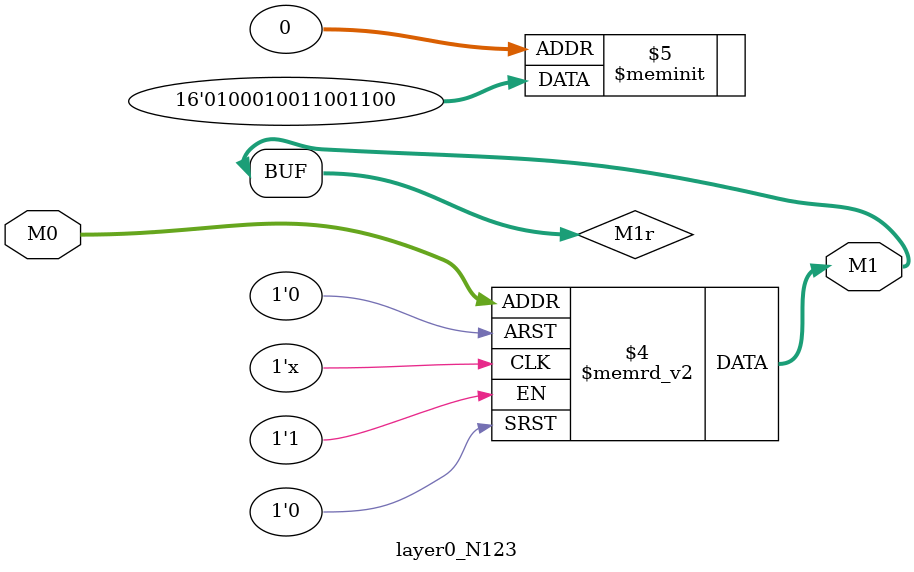
<source format=v>
module layer0_N123 ( input [2:0] M0, output [1:0] M1 );

	(*rom_style = "distributed" *) reg [1:0] M1r;
	assign M1 = M1r;
	always @ (M0) begin
		case (M0)
			3'b000: M1r = 2'b00;
			3'b100: M1r = 2'b00;
			3'b010: M1r = 2'b00;
			3'b110: M1r = 2'b00;
			3'b001: M1r = 2'b11;
			3'b101: M1r = 2'b01;
			3'b011: M1r = 2'b11;
			3'b111: M1r = 2'b01;

		endcase
	end
endmodule

</source>
